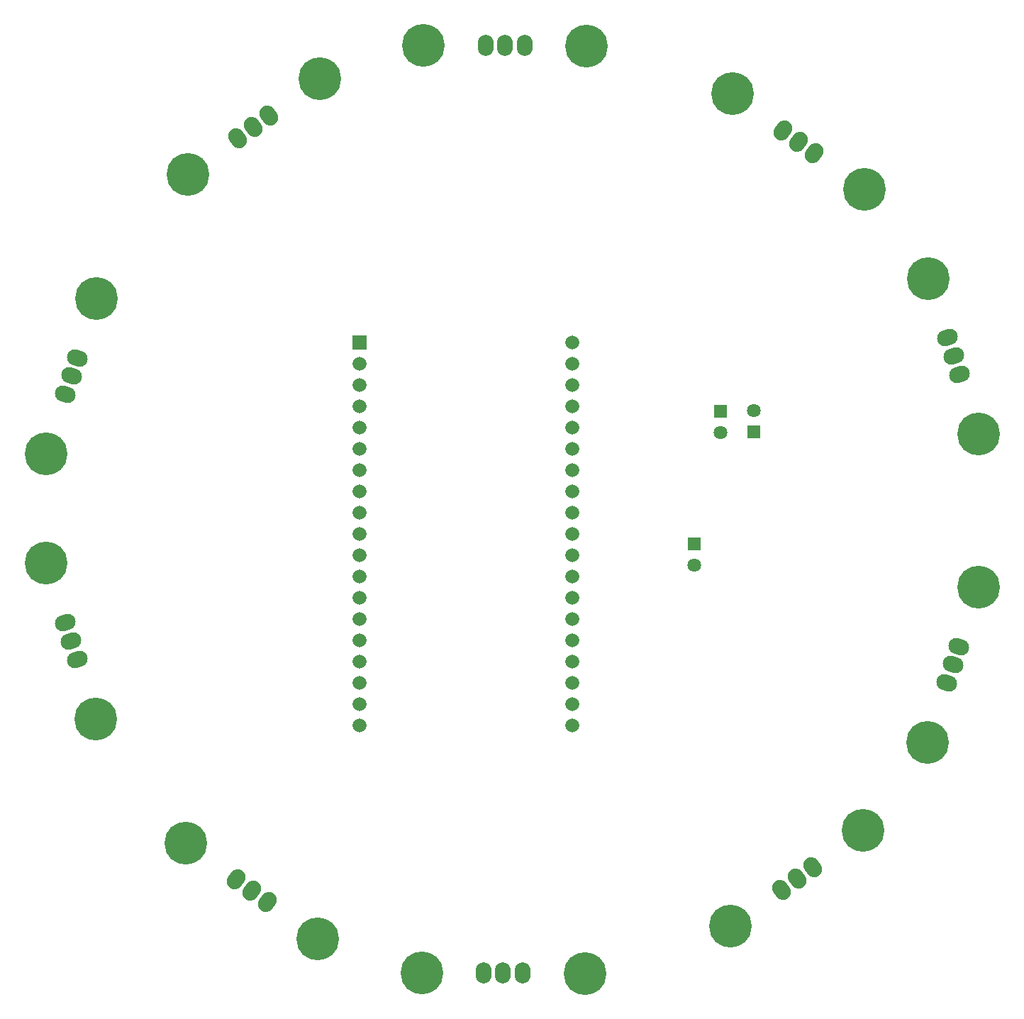
<source format=gbs>
G04*
G04 #@! TF.GenerationSoftware,Altium Limited,Altium Designer,23.3.1 (30)*
G04*
G04 Layer_Color=16711935*
%FSAX44Y44*%
%MOMM*%
G71*
G04*
G04 #@! TF.SameCoordinates,7327C3A3-A75D-4357-90E6-FA600F46672C*
G04*
G04*
G04 #@! TF.FilePolarity,Negative*
G04*
G01*
G75*
%ADD190R,1.6300X1.6300*%
%ADD191C,1.6300*%
%ADD192O,1.9000X2.5000*%
G04:AMPARAMS|DCode=193|XSize=1.9mm|YSize=2.5mm|CornerRadius=0mm|HoleSize=0mm|Usage=FLASHONLY|Rotation=216.021|XOffset=0mm|YOffset=0mm|HoleType=Round|Shape=Round|*
%AMOVALD193*
21,1,0.6000,1.9000,0.0000,0.0000,306.021*
1,1,1.9000,-0.1764,0.2426*
1,1,1.9000,0.1764,-0.2426*
%
%ADD193OVALD193*%

G04:AMPARAMS|DCode=194|XSize=1.9mm|YSize=2.5mm|CornerRadius=0mm|HoleSize=0mm|Usage=FLASHONLY|Rotation=71.962|XOffset=0mm|YOffset=0mm|HoleType=Round|Shape=Round|*
%AMOVALD194*
21,1,0.6000,1.9000,0.0000,0.0000,161.962*
1,1,1.9000,0.2853,-0.0929*
1,1,1.9000,-0.2853,0.0929*
%
%ADD194OVALD194*%

G04:AMPARAMS|DCode=195|XSize=1.9mm|YSize=2.5mm|CornerRadius=0mm|HoleSize=0mm|Usage=FLASHONLY|Rotation=287.828|XOffset=0mm|YOffset=0mm|HoleType=Round|Shape=Round|*
%AMOVALD195*
21,1,0.6000,1.9000,0.0000,0.0000,17.828*
1,1,1.9000,-0.2856,-0.0919*
1,1,1.9000,0.2856,0.0919*
%
%ADD195OVALD195*%

G04:AMPARAMS|DCode=196|XSize=1.9mm|YSize=2.5mm|CornerRadius=0mm|HoleSize=0mm|Usage=FLASHONLY|Rotation=143.903|XOffset=0mm|YOffset=0mm|HoleType=Round|Shape=Round|*
%AMOVALD196*
21,1,0.6000,1.9000,0.0000,0.0000,233.903*
1,1,1.9000,0.1767,0.2424*
1,1,1.9000,-0.1767,-0.2424*
%
%ADD196OVALD196*%

G04:AMPARAMS|DCode=197|XSize=1.9mm|YSize=2.5mm|CornerRadius=0mm|HoleSize=0mm|Usage=FLASHONLY|Rotation=215.897|XOffset=0mm|YOffset=0mm|HoleType=Round|Shape=Round|*
%AMOVALD197*
21,1,0.6000,1.9000,0.0000,0.0000,305.897*
1,1,1.9000,-0.1759,0.2430*
1,1,1.9000,0.1759,-0.2430*
%
%ADD197OVALD197*%

G04:AMPARAMS|DCode=198|XSize=1.9mm|YSize=2.5mm|CornerRadius=0mm|HoleSize=0mm|Usage=FLASHONLY|Rotation=71.912|XOffset=0mm|YOffset=0mm|HoleType=Round|Shape=Round|*
%AMOVALD198*
21,1,0.6000,1.9000,0.0000,0.0000,161.912*
1,1,1.9000,0.2852,-0.0931*
1,1,1.9000,-0.2852,0.0931*
%
%ADD198OVALD198*%

G04:AMPARAMS|DCode=199|XSize=1.9mm|YSize=2.5mm|CornerRadius=0mm|HoleSize=0mm|Usage=FLASHONLY|Rotation=287.883|XOffset=0mm|YOffset=0mm|HoleType=Round|Shape=Round|*
%AMOVALD199*
21,1,0.6000,1.9000,0.0000,0.0000,17.883*
1,1,1.9000,-0.2855,-0.0921*
1,1,1.9000,0.2855,0.0921*
%
%ADD199OVALD199*%

G04:AMPARAMS|DCode=200|XSize=1.9mm|YSize=2.5mm|CornerRadius=0mm|HoleSize=0mm|Usage=FLASHONLY|Rotation=143.903|XOffset=0mm|YOffset=0mm|HoleType=Round|Shape=Round|*
%AMOVALD200*
21,1,0.6000,1.9000,0.0000,0.0000,233.903*
1,1,1.9000,0.1767,0.2424*
1,1,1.9000,-0.1767,-0.2424*
%
%ADD200OVALD200*%

%ADD201C,5.1000*%
%ADD202R,1.6600X1.6600*%
%ADD203C,1.6600*%
D190*
X00847246Y00590619D02*
D03*
X00918496Y00723719D02*
D03*
X00878996Y00748307D02*
D03*
D191*
X00847246Y00565219D02*
D03*
X00918496Y00749119D02*
D03*
X00878996Y00722907D02*
D03*
D192*
X00621870Y01185130D02*
D03*
X00598870D02*
D03*
X00644870D02*
D03*
X00619341Y00077884D02*
D03*
X00596341D02*
D03*
X00642341D02*
D03*
D193*
X00302614Y01074745D02*
D03*
X00339818Y01101797D02*
D03*
X00321216Y01088271D02*
D03*
D194*
X00111201Y00812435D02*
D03*
X00096957Y00768696D02*
D03*
X00104079Y00790565D02*
D03*
D195*
X00110712Y00452481D02*
D03*
X00096629Y00496272D02*
D03*
X00103671Y00474376D02*
D03*
D196*
X00319326Y00176174D02*
D03*
X00337910Y00162624D02*
D03*
X00300741Y00189725D02*
D03*
D197*
X00970147Y00191025D02*
D03*
X00988778Y00204510D02*
D03*
X00951515Y00177539D02*
D03*
D198*
X01156404Y00446079D02*
D03*
X01149263Y00424216D02*
D03*
X01163545Y00467942D02*
D03*
D199*
X01157129Y00814594D02*
D03*
X01150066Y00836482D02*
D03*
X01164192Y00792705D02*
D03*
D200*
X00972091Y01070577D02*
D03*
X00990675Y01057027D02*
D03*
X00953506Y01084128D02*
D03*
D201*
X00073346Y00697905D02*
D03*
X00073339Y00567501D02*
D03*
X00133826Y00883228D02*
D03*
X00242784Y01031171D02*
D03*
X00400291Y01145631D02*
D03*
X00524171Y01185490D02*
D03*
X00719166Y01185064D02*
D03*
X00893646Y01128282D02*
D03*
X01051152Y01013320D02*
D03*
X01127202Y00907387D02*
D03*
X01187056Y00721800D02*
D03*
X01187114Y00538740D02*
D03*
X01126455Y00353416D02*
D03*
X01049071Y00247924D02*
D03*
X00891068Y00133651D02*
D03*
X00717040Y00077525D02*
D03*
X00522134Y00077885D02*
D03*
X00397752Y00118457D02*
D03*
X00240246Y00233419D02*
D03*
X00133193Y00381302D02*
D03*
D202*
X00448246Y00831019D02*
D03*
D203*
Y00805619D02*
D03*
Y00373819D02*
D03*
Y00780219D02*
D03*
Y00754819D02*
D03*
Y00729419D02*
D03*
Y00704019D02*
D03*
Y00678619D02*
D03*
Y00653219D02*
D03*
Y00627819D02*
D03*
Y00602419D02*
D03*
Y00577019D02*
D03*
Y00551619D02*
D03*
Y00526219D02*
D03*
Y00500819D02*
D03*
Y00475419D02*
D03*
Y00450019D02*
D03*
Y00424619D02*
D03*
Y00399219D02*
D03*
X00702246Y00831019D02*
D03*
Y00805619D02*
D03*
Y00780219D02*
D03*
Y00754819D02*
D03*
Y00729419D02*
D03*
Y00704019D02*
D03*
Y00678619D02*
D03*
Y00653219D02*
D03*
Y00627819D02*
D03*
Y00602419D02*
D03*
Y00577019D02*
D03*
Y00551619D02*
D03*
Y00526219D02*
D03*
Y00500819D02*
D03*
Y00475419D02*
D03*
Y00450019D02*
D03*
Y00424619D02*
D03*
Y00399219D02*
D03*
Y00373819D02*
D03*
M02*

</source>
